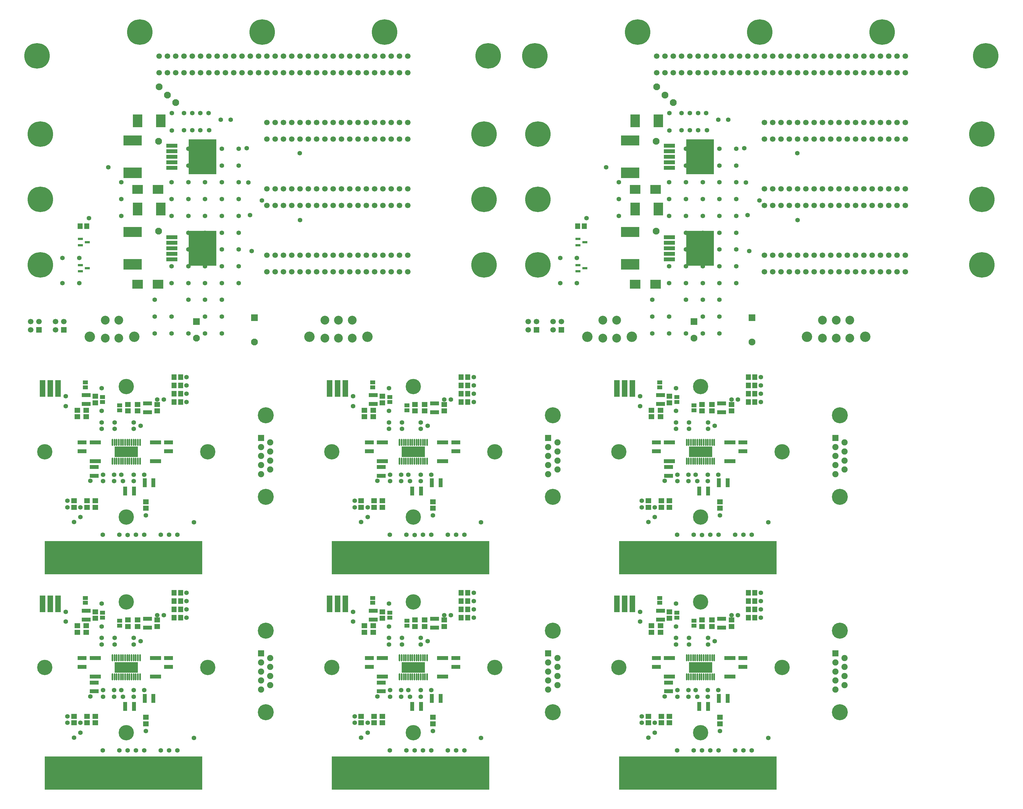
<source format=gts>
%FSLAX42Y42*%
%MOMM*%
G71*
G01*
G75*
G04 Layer_Color=8388736*
%ADD10R,1.30X0.60*%
%ADD11R,1.40X1.50*%
%ADD12R,3.00X2.50*%
%ADD13R,3.20X1.05*%
%ADD14R,8.30X10.45*%
%ADD15R,5.40X2.90*%
%ADD16R,5.40X3.00*%
%ADD17R,2.79X3.81*%
%ADD18C,0.31*%
%ADD19C,0.35*%
%ADD20C,0.25*%
%ADD21C,2.00*%
%ADD22C,1.50*%
%ADD23C,0.50*%
%ADD24C,1.00*%
%ADD25O,0.31X2.00*%
%ADD26R,1.50X1.40*%
%ADD27R,1.10X2.60*%
%ADD28R,1.40X1.10*%
%ADD29R,2.60X1.10*%
%ADD30R,3.30X1.10*%
%ADD31R,1.50X5.00*%
%ADD32O,1.27X7.62*%
%ADD33C,2.50*%
%ADD34C,3.00*%
%ADD35C,1.50*%
%ADD36R,1.50X1.50*%
%ADD37C,7.62*%
%ADD38C,1.90*%
%ADD39R,1.90X1.90*%
%ADD40C,1.20*%
%ADD41R,7.00X3.00*%
%ADD42C,4.50*%
%ADD43C,4.70*%
%ADD44R,1.70X1.70*%
%ADD45C,1.70*%
%ADD46C,0.80*%
%ADD47R,48.26X10.16*%
%ADD48R,1.50X0.80*%
%ADD49R,1.60X1.70*%
%ADD50R,3.20X2.70*%
%ADD51R,3.40X1.25*%
%ADD52R,8.50X10.65*%
%ADD53R,5.60X3.10*%
%ADD54R,5.60X3.20*%
%ADD55R,3.00X4.01*%
%ADD56O,0.51X2.20*%
%ADD57R,1.70X1.60*%
%ADD58R,1.30X2.80*%
%ADD59R,1.60X1.30*%
%ADD60R,2.80X1.30*%
%ADD61R,3.50X1.30*%
%ADD62R,1.70X5.20*%
%ADD63O,1.47X7.82*%
%ADD64C,2.70*%
%ADD65C,3.20*%
%ADD66C,1.70*%
%ADD67R,1.70X1.70*%
%ADD68C,7.82*%
%ADD69C,2.10*%
%ADD70R,2.10X2.10*%
%ADD71C,1.40*%
%ADD72R,7.20X3.20*%
%ADD73C,4.70*%
%ADD74C,4.90*%
%ADD75R,1.90X1.90*%
%ADD76C,1.90*%
%ADD77C,1.00*%
D47*
X13516Y15488D02*
D03*
Y8888D02*
D03*
X22316Y15488D02*
D03*
Y8888D02*
D03*
X31116Y15488D02*
D03*
Y8888D02*
D03*
D48*
X12195Y25246D02*
D03*
Y25056D02*
D03*
X12405Y25151D02*
D03*
X12195Y24446D02*
D03*
Y24256D02*
D03*
X12405Y24351D02*
D03*
X27445Y25246D02*
D03*
Y25056D02*
D03*
X27655Y25151D02*
D03*
X27445Y24446D02*
D03*
Y24256D02*
D03*
X27655Y24351D02*
D03*
D49*
X12390Y25641D02*
D03*
X12190D02*
D03*
X27640D02*
D03*
X27440D02*
D03*
X15267Y21013D02*
D03*
X15067D02*
D03*
Y20251D02*
D03*
X15267D02*
D03*
Y20759D02*
D03*
X15067D02*
D03*
Y20505D02*
D03*
X15267D02*
D03*
Y14413D02*
D03*
X15067D02*
D03*
Y13651D02*
D03*
X15267D02*
D03*
Y14159D02*
D03*
X15067D02*
D03*
Y13905D02*
D03*
X15267D02*
D03*
X24067Y21013D02*
D03*
X23867D02*
D03*
Y20251D02*
D03*
X24067D02*
D03*
Y20759D02*
D03*
X23867D02*
D03*
Y20505D02*
D03*
X24067D02*
D03*
Y14413D02*
D03*
X23867D02*
D03*
Y13651D02*
D03*
X24067D02*
D03*
Y14159D02*
D03*
X23867D02*
D03*
Y13905D02*
D03*
X24067D02*
D03*
X32867Y21013D02*
D03*
X32667D02*
D03*
Y20251D02*
D03*
X32867D02*
D03*
Y20759D02*
D03*
X32667D02*
D03*
Y20505D02*
D03*
X32867D02*
D03*
Y14413D02*
D03*
X32667D02*
D03*
Y13651D02*
D03*
X32867D02*
D03*
Y14159D02*
D03*
X32667D02*
D03*
Y13905D02*
D03*
X32867D02*
D03*
D50*
X14575Y26762D02*
D03*
X13945D02*
D03*
X14575Y23862D02*
D03*
X13945D02*
D03*
X29825Y26762D02*
D03*
X29195D02*
D03*
X29825Y23862D02*
D03*
X29195D02*
D03*
D51*
X14995Y28102D02*
D03*
Y27932D02*
D03*
Y27762D02*
D03*
Y27592D02*
D03*
Y27422D02*
D03*
Y24622D02*
D03*
Y24792D02*
D03*
Y24962D02*
D03*
Y25132D02*
D03*
Y25302D02*
D03*
X30245Y28102D02*
D03*
Y27932D02*
D03*
Y27762D02*
D03*
Y27592D02*
D03*
Y27422D02*
D03*
Y24622D02*
D03*
Y24792D02*
D03*
Y24962D02*
D03*
Y25132D02*
D03*
Y25302D02*
D03*
D52*
X15940Y27762D02*
D03*
Y24962D02*
D03*
X31190Y27762D02*
D03*
Y24962D02*
D03*
D53*
X13795Y28262D02*
D03*
Y25462D02*
D03*
X29045Y28262D02*
D03*
Y25462D02*
D03*
D54*
X13795Y27272D02*
D03*
Y24472D02*
D03*
X29045Y27272D02*
D03*
Y24472D02*
D03*
D55*
X13947Y26162D02*
D03*
X14660D02*
D03*
X13947Y28862D02*
D03*
X14660D02*
D03*
X29197Y26162D02*
D03*
X29910D02*
D03*
X29197Y28862D02*
D03*
X29910D02*
D03*
D56*
X13177Y18438D02*
D03*
X13242D02*
D03*
X13307D02*
D03*
X13372D02*
D03*
X13437D02*
D03*
X13502D02*
D03*
X13567D02*
D03*
X13632D02*
D03*
X13697D02*
D03*
X13762D02*
D03*
X13827D02*
D03*
X13892D02*
D03*
X13957D02*
D03*
X14022D02*
D03*
X13177Y19018D02*
D03*
X13242D02*
D03*
X13307D02*
D03*
X13372D02*
D03*
X13437D02*
D03*
X13502D02*
D03*
X13567D02*
D03*
X13632D02*
D03*
X13697D02*
D03*
X13762D02*
D03*
X13827D02*
D03*
X13892D02*
D03*
X13957D02*
D03*
X14022D02*
D03*
X13177Y11838D02*
D03*
X13242D02*
D03*
X13307D02*
D03*
X13372D02*
D03*
X13437D02*
D03*
X13502D02*
D03*
X13567D02*
D03*
X13632D02*
D03*
X13697D02*
D03*
X13762D02*
D03*
X13827D02*
D03*
X13892D02*
D03*
X13957D02*
D03*
X14022D02*
D03*
X13177Y12418D02*
D03*
X13242D02*
D03*
X13307D02*
D03*
X13372D02*
D03*
X13437D02*
D03*
X13502D02*
D03*
X13567D02*
D03*
X13632D02*
D03*
X13697D02*
D03*
X13762D02*
D03*
X13827D02*
D03*
X13892D02*
D03*
X13957D02*
D03*
X14022D02*
D03*
X21977Y18438D02*
D03*
X22042D02*
D03*
X22107D02*
D03*
X22172D02*
D03*
X22237D02*
D03*
X22302D02*
D03*
X22367D02*
D03*
X22432D02*
D03*
X22497D02*
D03*
X22562D02*
D03*
X22627D02*
D03*
X22692D02*
D03*
X22757D02*
D03*
X22822D02*
D03*
X21977Y19018D02*
D03*
X22042D02*
D03*
X22107D02*
D03*
X22172D02*
D03*
X22237D02*
D03*
X22302D02*
D03*
X22367D02*
D03*
X22432D02*
D03*
X22497D02*
D03*
X22562D02*
D03*
X22627D02*
D03*
X22692D02*
D03*
X22757D02*
D03*
X22822D02*
D03*
X21977Y11838D02*
D03*
X22042D02*
D03*
X22107D02*
D03*
X22172D02*
D03*
X22237D02*
D03*
X22302D02*
D03*
X22367D02*
D03*
X22432D02*
D03*
X22497D02*
D03*
X22562D02*
D03*
X22627D02*
D03*
X22692D02*
D03*
X22757D02*
D03*
X22822D02*
D03*
X21977Y12418D02*
D03*
X22042D02*
D03*
X22107D02*
D03*
X22172D02*
D03*
X22237D02*
D03*
X22302D02*
D03*
X22367D02*
D03*
X22432D02*
D03*
X22497D02*
D03*
X22562D02*
D03*
X22627D02*
D03*
X22692D02*
D03*
X22757D02*
D03*
X22822D02*
D03*
X30777Y18438D02*
D03*
X30842D02*
D03*
X30907D02*
D03*
X30972D02*
D03*
X31037D02*
D03*
X31102D02*
D03*
X31167D02*
D03*
X31232D02*
D03*
X31297D02*
D03*
X31362D02*
D03*
X31427D02*
D03*
X31492D02*
D03*
X31557D02*
D03*
X31622D02*
D03*
X30777Y19018D02*
D03*
X30842D02*
D03*
X30907D02*
D03*
X30972D02*
D03*
X31037D02*
D03*
X31102D02*
D03*
X31167D02*
D03*
X31232D02*
D03*
X31297D02*
D03*
X31362D02*
D03*
X31427D02*
D03*
X31492D02*
D03*
X31557D02*
D03*
X31622D02*
D03*
X30777Y11838D02*
D03*
X30842D02*
D03*
X30907D02*
D03*
X30972D02*
D03*
X31037D02*
D03*
X31102D02*
D03*
X31167D02*
D03*
X31232D02*
D03*
X31297D02*
D03*
X31362D02*
D03*
X31427D02*
D03*
X31492D02*
D03*
X31557D02*
D03*
X31622D02*
D03*
X30777Y12418D02*
D03*
X30842D02*
D03*
X30907D02*
D03*
X30972D02*
D03*
X31037D02*
D03*
X31102D02*
D03*
X31167D02*
D03*
X31232D02*
D03*
X31297D02*
D03*
X31362D02*
D03*
X31427D02*
D03*
X31492D02*
D03*
X31557D02*
D03*
X31622D02*
D03*
D57*
X12650Y17028D02*
D03*
Y17228D02*
D03*
X12400Y17028D02*
D03*
Y17228D02*
D03*
X12000D02*
D03*
Y17028D02*
D03*
X14200Y17198D02*
D03*
Y16998D02*
D03*
X12375Y20003D02*
D03*
Y19803D02*
D03*
X14550Y20178D02*
D03*
Y19978D02*
D03*
X12100Y19803D02*
D03*
Y20003D02*
D03*
X13950Y19978D02*
D03*
Y20178D02*
D03*
X12650Y20228D02*
D03*
Y20428D02*
D03*
X13650Y19978D02*
D03*
Y20178D02*
D03*
X12650Y10428D02*
D03*
Y10628D02*
D03*
X12400Y10428D02*
D03*
Y10628D02*
D03*
X12000D02*
D03*
Y10428D02*
D03*
X14200Y10598D02*
D03*
Y10398D02*
D03*
X12375Y13403D02*
D03*
Y13203D02*
D03*
X14550Y13578D02*
D03*
Y13378D02*
D03*
X12100Y13203D02*
D03*
Y13403D02*
D03*
X13950Y13378D02*
D03*
Y13578D02*
D03*
X12650Y13628D02*
D03*
Y13828D02*
D03*
X13650Y13378D02*
D03*
Y13578D02*
D03*
X21450Y17028D02*
D03*
Y17228D02*
D03*
X21200Y17028D02*
D03*
Y17228D02*
D03*
X20800D02*
D03*
Y17028D02*
D03*
X23000Y17198D02*
D03*
Y16998D02*
D03*
X21175Y20003D02*
D03*
Y19803D02*
D03*
X23350Y20178D02*
D03*
Y19978D02*
D03*
X20900Y19803D02*
D03*
Y20003D02*
D03*
X22750Y19978D02*
D03*
Y20178D02*
D03*
X21450Y20228D02*
D03*
Y20428D02*
D03*
X22450Y19978D02*
D03*
Y20178D02*
D03*
X21450Y10428D02*
D03*
Y10628D02*
D03*
X21200Y10428D02*
D03*
Y10628D02*
D03*
X20800D02*
D03*
Y10428D02*
D03*
X23000Y10598D02*
D03*
Y10398D02*
D03*
X21175Y13403D02*
D03*
Y13203D02*
D03*
X23350Y13578D02*
D03*
Y13378D02*
D03*
X20900Y13203D02*
D03*
Y13403D02*
D03*
X22750Y13378D02*
D03*
Y13578D02*
D03*
X21450Y13628D02*
D03*
Y13828D02*
D03*
X22450Y13378D02*
D03*
Y13578D02*
D03*
X30250Y17028D02*
D03*
Y17228D02*
D03*
X30000Y17028D02*
D03*
Y17228D02*
D03*
X29600D02*
D03*
Y17028D02*
D03*
X31800Y17198D02*
D03*
Y16998D02*
D03*
X29975Y20003D02*
D03*
Y19803D02*
D03*
X32150Y20178D02*
D03*
Y19978D02*
D03*
X29700Y19803D02*
D03*
Y20003D02*
D03*
X31550Y19978D02*
D03*
Y20178D02*
D03*
X30250Y20228D02*
D03*
Y20428D02*
D03*
X31250Y19978D02*
D03*
Y20178D02*
D03*
X30250Y10428D02*
D03*
Y10628D02*
D03*
X30000Y10428D02*
D03*
Y10628D02*
D03*
X29600D02*
D03*
Y10428D02*
D03*
X31800Y10598D02*
D03*
Y10398D02*
D03*
X29975Y13403D02*
D03*
Y13203D02*
D03*
X32150Y13578D02*
D03*
Y13378D02*
D03*
X29700Y13203D02*
D03*
Y13403D02*
D03*
X31550Y13378D02*
D03*
Y13578D02*
D03*
X30250Y13628D02*
D03*
Y13828D02*
D03*
X31250Y13378D02*
D03*
Y13578D02*
D03*
D58*
X14435Y17778D02*
D03*
X14165D02*
D03*
X13565Y17528D02*
D03*
X13835D02*
D03*
X14435Y11178D02*
D03*
X14165D02*
D03*
X13565Y10928D02*
D03*
X13835D02*
D03*
X23235Y17778D02*
D03*
X22965D02*
D03*
X22365Y17528D02*
D03*
X22635D02*
D03*
X23235Y11178D02*
D03*
X22965D02*
D03*
X22365Y10928D02*
D03*
X22635D02*
D03*
X32035Y17778D02*
D03*
X31765D02*
D03*
X31165Y17528D02*
D03*
X31435D02*
D03*
X32035Y11178D02*
D03*
X31765D02*
D03*
X31165Y10928D02*
D03*
X31435D02*
D03*
D59*
X12350Y20853D02*
D03*
Y20703D02*
D03*
X12875Y20253D02*
D03*
Y20403D02*
D03*
X13400Y20003D02*
D03*
Y20153D02*
D03*
X12350Y14253D02*
D03*
Y14103D02*
D03*
X12875Y13653D02*
D03*
Y13803D02*
D03*
X13400Y13403D02*
D03*
Y13553D02*
D03*
X21150Y20853D02*
D03*
Y20703D02*
D03*
X21675Y20253D02*
D03*
Y20403D02*
D03*
X22200Y20003D02*
D03*
Y20153D02*
D03*
X21150Y14253D02*
D03*
Y14103D02*
D03*
X21675Y13653D02*
D03*
Y13803D02*
D03*
X22200Y13403D02*
D03*
Y13553D02*
D03*
X29950Y20853D02*
D03*
Y20703D02*
D03*
X30475Y20253D02*
D03*
Y20403D02*
D03*
X31000Y20003D02*
D03*
Y20153D02*
D03*
X29950Y14253D02*
D03*
Y14103D02*
D03*
X30475Y13653D02*
D03*
Y13803D02*
D03*
X31000Y13403D02*
D03*
Y13553D02*
D03*
D60*
X14900Y19013D02*
D03*
Y18743D02*
D03*
X12250Y19013D02*
D03*
Y18743D02*
D03*
X12620Y17993D02*
D03*
Y18263D02*
D03*
X14250Y19943D02*
D03*
Y20213D02*
D03*
X12375Y20463D02*
D03*
Y20193D02*
D03*
X14900Y12413D02*
D03*
Y12143D02*
D03*
X12250Y12413D02*
D03*
Y12143D02*
D03*
X12620Y11393D02*
D03*
Y11663D02*
D03*
X14250Y13343D02*
D03*
Y13613D02*
D03*
X12375Y13863D02*
D03*
Y13593D02*
D03*
X23700Y19013D02*
D03*
Y18743D02*
D03*
X21050Y19013D02*
D03*
Y18743D02*
D03*
X21420Y17993D02*
D03*
Y18263D02*
D03*
X23050Y19943D02*
D03*
Y20213D02*
D03*
X21175Y20463D02*
D03*
Y20193D02*
D03*
X23700Y12413D02*
D03*
Y12143D02*
D03*
X21050Y12413D02*
D03*
Y12143D02*
D03*
X21420Y11393D02*
D03*
Y11663D02*
D03*
X23050Y13343D02*
D03*
Y13613D02*
D03*
X21175Y13863D02*
D03*
Y13593D02*
D03*
X32500Y19013D02*
D03*
Y18743D02*
D03*
X29850Y19013D02*
D03*
Y18743D02*
D03*
X30220Y17993D02*
D03*
Y18263D02*
D03*
X31850Y19943D02*
D03*
Y20213D02*
D03*
X29975Y20463D02*
D03*
Y20193D02*
D03*
X32500Y12413D02*
D03*
Y12143D02*
D03*
X29850Y12413D02*
D03*
Y12143D02*
D03*
X30220Y11393D02*
D03*
Y11663D02*
D03*
X31850Y13343D02*
D03*
Y13613D02*
D03*
X29975Y13863D02*
D03*
Y13593D02*
D03*
D61*
X14500Y18443D02*
D03*
Y19013D02*
D03*
X12650Y18443D02*
D03*
Y19013D02*
D03*
X14500Y11843D02*
D03*
Y12413D02*
D03*
X12650Y11843D02*
D03*
Y12413D02*
D03*
X23300Y18443D02*
D03*
Y19013D02*
D03*
X21450Y18443D02*
D03*
Y19013D02*
D03*
X23300Y11843D02*
D03*
Y12413D02*
D03*
X21450Y11843D02*
D03*
Y12413D02*
D03*
X32100Y18443D02*
D03*
Y19013D02*
D03*
X30250Y18443D02*
D03*
Y19013D02*
D03*
X32100Y11843D02*
D03*
Y12413D02*
D03*
X30250Y11843D02*
D03*
Y12413D02*
D03*
D62*
X11513Y20669D02*
D03*
X11275D02*
D03*
X11037D02*
D03*
X11513Y14069D02*
D03*
X11275D02*
D03*
X11037D02*
D03*
X20313Y20669D02*
D03*
X20075D02*
D03*
X19837D02*
D03*
X20313Y14069D02*
D03*
X20075D02*
D03*
X19837D02*
D03*
X29113Y20669D02*
D03*
X28875D02*
D03*
X28637D02*
D03*
X29113Y14069D02*
D03*
X28875D02*
D03*
X28637D02*
D03*
D63*
X15675Y15552D02*
D03*
X15421D02*
D03*
X15167D02*
D03*
X14913D02*
D03*
X14659D02*
D03*
X14405D02*
D03*
X14151D02*
D03*
X13897D02*
D03*
X13643D02*
D03*
X13389D02*
D03*
X13135D02*
D03*
X12881D02*
D03*
X12627D02*
D03*
X12373D02*
D03*
X12119D02*
D03*
X11865D02*
D03*
X11611D02*
D03*
X11357D02*
D03*
X15675Y8952D02*
D03*
X15421D02*
D03*
X15167D02*
D03*
X14913D02*
D03*
X14659D02*
D03*
X14405D02*
D03*
X14151D02*
D03*
X13897D02*
D03*
X13643D02*
D03*
X13389D02*
D03*
X13135D02*
D03*
X12881D02*
D03*
X12627D02*
D03*
X12373D02*
D03*
X12119D02*
D03*
X11865D02*
D03*
X11611D02*
D03*
X11357D02*
D03*
X24475Y15552D02*
D03*
X24221D02*
D03*
X23967D02*
D03*
X23713D02*
D03*
X23459D02*
D03*
X23205D02*
D03*
X22951D02*
D03*
X22697D02*
D03*
X22443D02*
D03*
X22189D02*
D03*
X21935D02*
D03*
X21681D02*
D03*
X21427D02*
D03*
X21173D02*
D03*
X20919D02*
D03*
X20665D02*
D03*
X20411D02*
D03*
X20157D02*
D03*
X24475Y8952D02*
D03*
X24221D02*
D03*
X23967D02*
D03*
X23713D02*
D03*
X23459D02*
D03*
X23205D02*
D03*
X22951D02*
D03*
X22697D02*
D03*
X22443D02*
D03*
X22189D02*
D03*
X21935D02*
D03*
X21681D02*
D03*
X21427D02*
D03*
X21173D02*
D03*
X20919D02*
D03*
X20665D02*
D03*
X20411D02*
D03*
X20157D02*
D03*
X33275Y15552D02*
D03*
X33021D02*
D03*
X32767D02*
D03*
X32513D02*
D03*
X32259D02*
D03*
X32005D02*
D03*
X31751D02*
D03*
X31497D02*
D03*
X31243D02*
D03*
X30989D02*
D03*
X30735D02*
D03*
X30481D02*
D03*
X30227D02*
D03*
X29973D02*
D03*
X29719D02*
D03*
X29465D02*
D03*
X29211D02*
D03*
X28957D02*
D03*
X33275Y8952D02*
D03*
X33021D02*
D03*
X32767D02*
D03*
X32513D02*
D03*
X32259D02*
D03*
X32005D02*
D03*
X31751D02*
D03*
X31497D02*
D03*
X31243D02*
D03*
X30989D02*
D03*
X30735D02*
D03*
X30481D02*
D03*
X30227D02*
D03*
X29973D02*
D03*
X29719D02*
D03*
X29465D02*
D03*
X29211D02*
D03*
X28957D02*
D03*
D64*
X20527Y22209D02*
D03*
Y22759D02*
D03*
X20107D02*
D03*
X19687D02*
D03*
X20107Y22209D02*
D03*
X19687D02*
D03*
X13376Y22759D02*
D03*
X12956D02*
D03*
X13376Y22209D02*
D03*
X12956D02*
D03*
X35777D02*
D03*
Y22759D02*
D03*
X35357D02*
D03*
X34937D02*
D03*
X35357Y22209D02*
D03*
X34937D02*
D03*
X28626Y22759D02*
D03*
X28206D02*
D03*
X28626Y22209D02*
D03*
X28206D02*
D03*
D65*
X19217Y22254D02*
D03*
X20997D02*
D03*
X12486D02*
D03*
X13846D02*
D03*
X34467D02*
D03*
X36247D02*
D03*
X27736D02*
D03*
X29096D02*
D03*
D66*
X10670Y22717D02*
D03*
X10924D02*
D03*
X10670Y22463D02*
D03*
X11432Y22717D02*
D03*
X11686D02*
D03*
X11432Y22463D02*
D03*
X17909Y26273D02*
D03*
X19179D02*
D03*
X19433D02*
D03*
X19687D02*
D03*
X19941D02*
D03*
X20195D02*
D03*
X20449D02*
D03*
X20703D02*
D03*
X20957D02*
D03*
X21211D02*
D03*
X21465D02*
D03*
X21719D02*
D03*
X21973D02*
D03*
X22227D02*
D03*
X17909Y26781D02*
D03*
X18163D02*
D03*
X18417D02*
D03*
X18671D02*
D03*
X18925D02*
D03*
X19179D02*
D03*
X19433D02*
D03*
X19687D02*
D03*
X18925Y26273D02*
D03*
X18671D02*
D03*
X18417D02*
D03*
X18163D02*
D03*
X19941Y26781D02*
D03*
X20195D02*
D03*
X20449D02*
D03*
X20703D02*
D03*
X20957D02*
D03*
X21211D02*
D03*
X21719D02*
D03*
X21973D02*
D03*
X22227D02*
D03*
X21465D02*
D03*
Y24749D02*
D03*
X22227D02*
D03*
X21973D02*
D03*
X21719D02*
D03*
X21211D02*
D03*
X20957D02*
D03*
X20703D02*
D03*
X20449D02*
D03*
X20195D02*
D03*
X19941D02*
D03*
X18163Y24241D02*
D03*
X18417D02*
D03*
X18671D02*
D03*
X18925D02*
D03*
X19687Y24749D02*
D03*
X19433D02*
D03*
X19179D02*
D03*
X18925D02*
D03*
X18671D02*
D03*
X18417D02*
D03*
X18163D02*
D03*
X17909D02*
D03*
X22227Y24241D02*
D03*
X21973D02*
D03*
X21719D02*
D03*
X21465D02*
D03*
X21211D02*
D03*
X20957D02*
D03*
X20703D02*
D03*
X20449D02*
D03*
X20195D02*
D03*
X19941D02*
D03*
X19687D02*
D03*
X19433D02*
D03*
X19179D02*
D03*
X17909D02*
D03*
Y28305D02*
D03*
X19179D02*
D03*
X19433D02*
D03*
X19687D02*
D03*
X19941D02*
D03*
X20195D02*
D03*
X20449D02*
D03*
X20703D02*
D03*
X20957D02*
D03*
X21211D02*
D03*
X21465D02*
D03*
X21719D02*
D03*
X21973D02*
D03*
X22227D02*
D03*
X17909Y28813D02*
D03*
X18163D02*
D03*
X18417D02*
D03*
X18671D02*
D03*
X18925D02*
D03*
X19179D02*
D03*
X19433D02*
D03*
X19687D02*
D03*
X18925Y28305D02*
D03*
X18671D02*
D03*
X18417D02*
D03*
X18163D02*
D03*
X19941Y28813D02*
D03*
X20195D02*
D03*
X20449D02*
D03*
X20703D02*
D03*
X20957D02*
D03*
X21211D02*
D03*
X21719D02*
D03*
X21973D02*
D03*
X22227D02*
D03*
X21465D02*
D03*
X14607Y30337D02*
D03*
X14861D02*
D03*
X15115D02*
D03*
X15369D02*
D03*
X15623D02*
D03*
X15877D02*
D03*
X16131D02*
D03*
X16385D02*
D03*
X16639D02*
D03*
X16893D02*
D03*
X17147D02*
D03*
X17401D02*
D03*
X17655D02*
D03*
X17909D02*
D03*
X18163D02*
D03*
X18417D02*
D03*
X18671D02*
D03*
X18925D02*
D03*
X19179D02*
D03*
X19433D02*
D03*
X19687D02*
D03*
X19941D02*
D03*
X20195D02*
D03*
X20449D02*
D03*
X20703D02*
D03*
X20957D02*
D03*
X21211D02*
D03*
X21465D02*
D03*
X21719D02*
D03*
X21973D02*
D03*
X22227D02*
D03*
X14607Y30845D02*
D03*
X14861D02*
D03*
X15115D02*
D03*
X15369D02*
D03*
X15623D02*
D03*
X15877D02*
D03*
X16131D02*
D03*
X16385D02*
D03*
X16639D02*
D03*
X16893D02*
D03*
X17147D02*
D03*
X17401D02*
D03*
X17655D02*
D03*
X17909D02*
D03*
X18163D02*
D03*
X18417D02*
D03*
X18671D02*
D03*
X18925D02*
D03*
X19179D02*
D03*
X19433D02*
D03*
X19687D02*
D03*
X19941D02*
D03*
X20195D02*
D03*
X20449D02*
D03*
X20703D02*
D03*
X20957D02*
D03*
X21211D02*
D03*
X21465D02*
D03*
X21719D02*
D03*
X21973D02*
D03*
X22227D02*
D03*
X25920Y22717D02*
D03*
X26174D02*
D03*
X25920Y22463D02*
D03*
X26682Y22717D02*
D03*
X26936D02*
D03*
X26682Y22463D02*
D03*
X33159Y26273D02*
D03*
X34429D02*
D03*
X34683D02*
D03*
X34937D02*
D03*
X35191D02*
D03*
X35445D02*
D03*
X35699D02*
D03*
X35953D02*
D03*
X36207D02*
D03*
X36461D02*
D03*
X36715D02*
D03*
X36969D02*
D03*
X37223D02*
D03*
X37477D02*
D03*
X33159Y26781D02*
D03*
X33413D02*
D03*
X33667D02*
D03*
X33921D02*
D03*
X34175D02*
D03*
X34429D02*
D03*
X34683D02*
D03*
X34937D02*
D03*
X34175Y26273D02*
D03*
X33921D02*
D03*
X33667D02*
D03*
X33413D02*
D03*
X35191Y26781D02*
D03*
X35445D02*
D03*
X35699D02*
D03*
X35953D02*
D03*
X36207D02*
D03*
X36461D02*
D03*
X36969D02*
D03*
X37223D02*
D03*
X37477D02*
D03*
X36715D02*
D03*
Y24749D02*
D03*
X37477D02*
D03*
X37223D02*
D03*
X36969D02*
D03*
X36461D02*
D03*
X36207D02*
D03*
X35953D02*
D03*
X35699D02*
D03*
X35445D02*
D03*
X35191D02*
D03*
X33413Y24241D02*
D03*
X33667D02*
D03*
X33921D02*
D03*
X34175D02*
D03*
X34937Y24749D02*
D03*
X34683D02*
D03*
X34429D02*
D03*
X34175D02*
D03*
X33921D02*
D03*
X33667D02*
D03*
X33413D02*
D03*
X33159D02*
D03*
X37477Y24241D02*
D03*
X37223D02*
D03*
X36969D02*
D03*
X36715D02*
D03*
X36461D02*
D03*
X36207D02*
D03*
X35953D02*
D03*
X35699D02*
D03*
X35445D02*
D03*
X35191D02*
D03*
X34937D02*
D03*
X34683D02*
D03*
X34429D02*
D03*
X33159D02*
D03*
Y28305D02*
D03*
X34429D02*
D03*
X34683D02*
D03*
X34937D02*
D03*
X35191D02*
D03*
X35445D02*
D03*
X35699D02*
D03*
X35953D02*
D03*
X36207D02*
D03*
X36461D02*
D03*
X36715D02*
D03*
X36969D02*
D03*
X37223D02*
D03*
X37477D02*
D03*
X33159Y28813D02*
D03*
X33413D02*
D03*
X33667D02*
D03*
X33921D02*
D03*
X34175D02*
D03*
X34429D02*
D03*
X34683D02*
D03*
X34937D02*
D03*
X34175Y28305D02*
D03*
X33921D02*
D03*
X33667D02*
D03*
X33413D02*
D03*
X35191Y28813D02*
D03*
X35445D02*
D03*
X35699D02*
D03*
X35953D02*
D03*
X36207D02*
D03*
X36461D02*
D03*
X36969D02*
D03*
X37223D02*
D03*
X37477D02*
D03*
X36715D02*
D03*
X29857Y30337D02*
D03*
X30111D02*
D03*
X30365D02*
D03*
X30619D02*
D03*
X30873D02*
D03*
X31127D02*
D03*
X31381D02*
D03*
X31635D02*
D03*
X31889D02*
D03*
X32143D02*
D03*
X32397D02*
D03*
X32651D02*
D03*
X32905D02*
D03*
X33159D02*
D03*
X33413D02*
D03*
X33667D02*
D03*
X33921D02*
D03*
X34175D02*
D03*
X34429D02*
D03*
X34683D02*
D03*
X34937D02*
D03*
X35191D02*
D03*
X35445D02*
D03*
X35699D02*
D03*
X35953D02*
D03*
X36207D02*
D03*
X36461D02*
D03*
X36715D02*
D03*
X36969D02*
D03*
X37223D02*
D03*
X37477D02*
D03*
X29857Y30845D02*
D03*
X30111D02*
D03*
X30365D02*
D03*
X30619D02*
D03*
X30873D02*
D03*
X31127D02*
D03*
X31381D02*
D03*
X31635D02*
D03*
X31889D02*
D03*
X32143D02*
D03*
X32397D02*
D03*
X32651D02*
D03*
X32905D02*
D03*
X33159D02*
D03*
X33413D02*
D03*
X33667D02*
D03*
X33921D02*
D03*
X34175D02*
D03*
X34429D02*
D03*
X34683D02*
D03*
X34937D02*
D03*
X35191D02*
D03*
X35445D02*
D03*
X35699D02*
D03*
X35953D02*
D03*
X36207D02*
D03*
X36461D02*
D03*
X36715D02*
D03*
X36969D02*
D03*
X37223D02*
D03*
X37477D02*
D03*
D67*
X10924Y22463D02*
D03*
X11686D02*
D03*
X26174D02*
D03*
X26936D02*
D03*
D68*
X10970Y24456D02*
D03*
X10970Y26456D02*
D03*
X10970Y28456D02*
D03*
X10870Y30856D02*
D03*
X14020Y31581D02*
D03*
X17770D02*
D03*
X21520D02*
D03*
X24695Y30856D02*
D03*
X24570Y28456D02*
D03*
X24570Y26456D02*
D03*
X24570Y24456D02*
D03*
X26220D02*
D03*
X26220Y26456D02*
D03*
X26220Y28456D02*
D03*
X26120Y30856D02*
D03*
X29270Y31581D02*
D03*
X33020D02*
D03*
X36770D02*
D03*
X39945Y30856D02*
D03*
X39820Y28456D02*
D03*
X39820Y26456D02*
D03*
X39820Y24456D02*
D03*
D69*
X15750Y22213D02*
D03*
X17528Y22088D02*
D03*
X15119Y29421D02*
D03*
X14865Y29651D02*
D03*
X14595Y25487D02*
D03*
Y28237D02*
D03*
X14607Y29901D02*
D03*
X31000Y22213D02*
D03*
X32778Y22088D02*
D03*
X30369Y29421D02*
D03*
X30115Y29651D02*
D03*
X29845Y25487D02*
D03*
Y28237D02*
D03*
X29857Y29901D02*
D03*
D70*
X15750Y22713D02*
D03*
X17528Y22838D02*
D03*
X31000Y22713D02*
D03*
X32778Y22838D02*
D03*
D71*
X12457Y25886D02*
D03*
X13055Y27444D02*
D03*
X17295Y28027D02*
D03*
X17760Y26427D02*
D03*
X17445Y24877D02*
D03*
X17345Y26977D02*
D03*
X18915Y27877D02*
D03*
X16800Y28901D02*
D03*
X16495D02*
D03*
X16145Y28577D02*
D03*
X16125Y29101D02*
D03*
X15875D02*
D03*
Y28577D02*
D03*
X15625D02*
D03*
X15623Y29101D02*
D03*
X15373Y28575D02*
D03*
X15369Y29101D02*
D03*
X17395Y25977D02*
D03*
X18925Y25827D02*
D03*
X17046Y28008D02*
D03*
X16532D02*
D03*
Y27494D02*
D03*
X17046D02*
D03*
Y26980D02*
D03*
X16532D02*
D03*
Y26466D02*
D03*
X17046D02*
D03*
Y25952D02*
D03*
X16532D02*
D03*
X16018D02*
D03*
X15504D02*
D03*
X14990D02*
D03*
Y26466D02*
D03*
Y26980D02*
D03*
X15504D02*
D03*
X16018D02*
D03*
Y26466D02*
D03*
X15504D02*
D03*
X15000Y28571D02*
D03*
Y29101D02*
D03*
X17046Y25438D02*
D03*
X16532D02*
D03*
Y24924D02*
D03*
X17046D02*
D03*
Y24410D02*
D03*
X16532D02*
D03*
X17046Y23896D02*
D03*
X16532D02*
D03*
X16018D02*
D03*
X15504D02*
D03*
X16018Y24410D02*
D03*
X15504D02*
D03*
X16018Y24924D02*
D03*
Y25438D02*
D03*
X15504D02*
D03*
Y24924D02*
D03*
X16018Y27494D02*
D03*
Y28008D02*
D03*
X15504D02*
D03*
Y27494D02*
D03*
X14990Y24410D02*
D03*
X16532Y23382D02*
D03*
X16018D02*
D03*
X15504D02*
D03*
X16532Y22868D02*
D03*
X16018D02*
D03*
Y22354D02*
D03*
X16532D02*
D03*
X15504D02*
D03*
X14990D02*
D03*
Y22868D02*
D03*
Y23896D02*
D03*
X14476Y22868D02*
D03*
Y22354D02*
D03*
Y23382D02*
D03*
X13448Y25952D02*
D03*
Y26466D02*
D03*
Y26980D02*
D03*
X12163Y24667D02*
D03*
Y23896D02*
D03*
X11649Y24667D02*
D03*
Y23896D02*
D03*
X27707Y25886D02*
D03*
X28305Y27444D02*
D03*
X32545Y28027D02*
D03*
X33010Y26427D02*
D03*
X32695Y24877D02*
D03*
X32595Y26977D02*
D03*
X34165Y27877D02*
D03*
X32050Y28901D02*
D03*
X31745D02*
D03*
X31395Y28577D02*
D03*
X31375Y29101D02*
D03*
X31125D02*
D03*
Y28577D02*
D03*
X30875D02*
D03*
X30873Y29101D02*
D03*
X30623Y28575D02*
D03*
X30619Y29101D02*
D03*
X32645Y25977D02*
D03*
X34175Y25827D02*
D03*
X32296Y28008D02*
D03*
X31782D02*
D03*
Y27494D02*
D03*
X32296D02*
D03*
Y26980D02*
D03*
X31782D02*
D03*
Y26466D02*
D03*
X32296D02*
D03*
Y25952D02*
D03*
X31782D02*
D03*
X31268D02*
D03*
X30754D02*
D03*
X30240D02*
D03*
Y26466D02*
D03*
Y26980D02*
D03*
X30754D02*
D03*
X31268D02*
D03*
Y26466D02*
D03*
X30754D02*
D03*
X30250Y28571D02*
D03*
Y29101D02*
D03*
X32296Y25438D02*
D03*
X31782D02*
D03*
Y24924D02*
D03*
X32296D02*
D03*
Y24410D02*
D03*
X31782D02*
D03*
X32296Y23896D02*
D03*
X31782D02*
D03*
X31268D02*
D03*
X30754D02*
D03*
X31268Y24410D02*
D03*
X30754D02*
D03*
X31268Y24924D02*
D03*
Y25438D02*
D03*
X30754D02*
D03*
Y24924D02*
D03*
X31268Y27494D02*
D03*
Y28008D02*
D03*
X30754D02*
D03*
Y27494D02*
D03*
X30240Y24410D02*
D03*
X31782Y23382D02*
D03*
X31268D02*
D03*
X30754D02*
D03*
X31782Y22868D02*
D03*
X31268D02*
D03*
Y22354D02*
D03*
X31782D02*
D03*
X30754D02*
D03*
X30240D02*
D03*
Y22868D02*
D03*
Y23896D02*
D03*
X29726Y22868D02*
D03*
Y22354D02*
D03*
Y23382D02*
D03*
X28698Y25952D02*
D03*
Y26466D02*
D03*
Y26980D02*
D03*
X27413Y24667D02*
D03*
Y23896D02*
D03*
X26899Y24667D02*
D03*
Y23896D02*
D03*
X14040Y19528D02*
D03*
X12890Y18028D02*
D03*
X13389Y16187D02*
D03*
X14151D02*
D03*
X13250Y19428D02*
D03*
X13500Y17828D02*
D03*
X13230D02*
D03*
X13230Y18028D02*
D03*
X13450D02*
D03*
X13827D02*
D03*
X14150D02*
D03*
X12890Y17828D02*
D03*
X13897Y16187D02*
D03*
X13827Y17828D02*
D03*
X14200Y16778D02*
D03*
X13643Y16184D02*
D03*
X12881Y16187D02*
D03*
X12500Y17838D02*
D03*
X12850Y19628D02*
D03*
X13250D02*
D03*
X12850Y20678D02*
D03*
X11750Y20428D02*
D03*
X13830Y19628D02*
D03*
Y19428D02*
D03*
X14750Y20328D02*
D03*
X14550D02*
D03*
X15675Y16568D02*
D03*
X15167Y16187D02*
D03*
X14913D02*
D03*
X14659D02*
D03*
X15450Y20251D02*
D03*
Y20505D02*
D03*
Y20759D02*
D03*
Y21013D02*
D03*
X12850Y19978D02*
D03*
X12200Y16728D02*
D03*
Y17028D02*
D03*
X12000Y16578D02*
D03*
X11800Y17028D02*
D03*
Y17228D02*
D03*
X11750Y20128D02*
D03*
X12850Y19428D02*
D03*
X14040Y12928D02*
D03*
X12890Y11428D02*
D03*
X13389Y9587D02*
D03*
X14151D02*
D03*
X13250Y12828D02*
D03*
X13500Y11228D02*
D03*
X13230D02*
D03*
X13230Y11428D02*
D03*
X13450D02*
D03*
X13827D02*
D03*
X14150D02*
D03*
X12890Y11228D02*
D03*
X13897Y9587D02*
D03*
X13827Y11228D02*
D03*
X14200Y10178D02*
D03*
X13643Y9584D02*
D03*
X12881Y9587D02*
D03*
X12500Y11238D02*
D03*
X12850Y13028D02*
D03*
X13250D02*
D03*
X12850Y14078D02*
D03*
X11750Y13828D02*
D03*
X13830Y13028D02*
D03*
Y12828D02*
D03*
X14750Y13728D02*
D03*
X14550D02*
D03*
X15675Y9968D02*
D03*
X15167Y9587D02*
D03*
X14913D02*
D03*
X14659D02*
D03*
X15450Y13651D02*
D03*
Y13905D02*
D03*
Y14159D02*
D03*
Y14413D02*
D03*
X12850Y13378D02*
D03*
X12200Y10128D02*
D03*
Y10428D02*
D03*
X12000Y9978D02*
D03*
X11800Y10428D02*
D03*
Y10628D02*
D03*
X11750Y13528D02*
D03*
X12850Y12828D02*
D03*
X22840Y19528D02*
D03*
X21690Y18028D02*
D03*
X22189Y16187D02*
D03*
X22951D02*
D03*
X22050Y19428D02*
D03*
X22300Y17828D02*
D03*
X22030D02*
D03*
X22030Y18028D02*
D03*
X22250D02*
D03*
X22627D02*
D03*
X22950D02*
D03*
X21690Y17828D02*
D03*
X22697Y16187D02*
D03*
X22627Y17828D02*
D03*
X23000Y16778D02*
D03*
X22443Y16184D02*
D03*
X21681Y16187D02*
D03*
X21300Y17838D02*
D03*
X21650Y19628D02*
D03*
X22050D02*
D03*
X21650Y20678D02*
D03*
X20550Y20428D02*
D03*
X22630Y19628D02*
D03*
Y19428D02*
D03*
X23550Y20328D02*
D03*
X23350D02*
D03*
X24475Y16568D02*
D03*
X23967Y16187D02*
D03*
X23713D02*
D03*
X23459D02*
D03*
X24250Y20251D02*
D03*
Y20505D02*
D03*
Y20759D02*
D03*
Y21013D02*
D03*
X21650Y19978D02*
D03*
X21000Y16728D02*
D03*
Y17028D02*
D03*
X20800Y16578D02*
D03*
X20600Y17028D02*
D03*
Y17228D02*
D03*
X20550Y20128D02*
D03*
X21650Y19428D02*
D03*
X22840Y12928D02*
D03*
X21690Y11428D02*
D03*
X22189Y9587D02*
D03*
X22951D02*
D03*
X22050Y12828D02*
D03*
X22300Y11228D02*
D03*
X22030D02*
D03*
X22030Y11428D02*
D03*
X22250D02*
D03*
X22627D02*
D03*
X22950D02*
D03*
X21690Y11228D02*
D03*
X22697Y9587D02*
D03*
X22627Y11228D02*
D03*
X23000Y10178D02*
D03*
X22443Y9584D02*
D03*
X21681Y9587D02*
D03*
X21300Y11238D02*
D03*
X21650Y13028D02*
D03*
X22050D02*
D03*
X21650Y14078D02*
D03*
X20550Y13828D02*
D03*
X22630Y13028D02*
D03*
Y12828D02*
D03*
X23550Y13728D02*
D03*
X23350D02*
D03*
X24475Y9968D02*
D03*
X23967Y9587D02*
D03*
X23713D02*
D03*
X23459D02*
D03*
X24250Y13651D02*
D03*
Y13905D02*
D03*
Y14159D02*
D03*
Y14413D02*
D03*
X21650Y13378D02*
D03*
X21000Y10128D02*
D03*
Y10428D02*
D03*
X20800Y9978D02*
D03*
X20600Y10428D02*
D03*
Y10628D02*
D03*
X20550Y13528D02*
D03*
X21650Y12828D02*
D03*
X31640Y19528D02*
D03*
X30490Y18028D02*
D03*
X30989Y16187D02*
D03*
X31751D02*
D03*
X30850Y19428D02*
D03*
X31100Y17828D02*
D03*
X30830D02*
D03*
X30830Y18028D02*
D03*
X31050D02*
D03*
X31427D02*
D03*
X31750D02*
D03*
X30490Y17828D02*
D03*
X31497Y16187D02*
D03*
X31427Y17828D02*
D03*
X31800Y16778D02*
D03*
X31243Y16184D02*
D03*
X30481Y16187D02*
D03*
X30100Y17838D02*
D03*
X30450Y19628D02*
D03*
X30850D02*
D03*
X30450Y20678D02*
D03*
X29350Y20428D02*
D03*
X31430Y19628D02*
D03*
Y19428D02*
D03*
X32350Y20328D02*
D03*
X32150D02*
D03*
X33275Y16568D02*
D03*
X32767Y16187D02*
D03*
X32513D02*
D03*
X32259D02*
D03*
X33050Y20251D02*
D03*
Y20505D02*
D03*
Y20759D02*
D03*
Y21013D02*
D03*
X30450Y19978D02*
D03*
X29800Y16728D02*
D03*
Y17028D02*
D03*
X29600Y16578D02*
D03*
X29400Y17028D02*
D03*
Y17228D02*
D03*
X29350Y20128D02*
D03*
X30450Y19428D02*
D03*
X31640Y12928D02*
D03*
X30490Y11428D02*
D03*
X30989Y9587D02*
D03*
X31751D02*
D03*
X30850Y12828D02*
D03*
X31100Y11228D02*
D03*
X30830D02*
D03*
X30830Y11428D02*
D03*
X31050D02*
D03*
X31427D02*
D03*
X31750D02*
D03*
X30490Y11228D02*
D03*
X31497Y9587D02*
D03*
X31427Y11228D02*
D03*
X31800Y10178D02*
D03*
X31243Y9584D02*
D03*
X30481Y9587D02*
D03*
X30100Y11238D02*
D03*
X30450Y13028D02*
D03*
X30850D02*
D03*
X30450Y14078D02*
D03*
X29350Y13828D02*
D03*
X31430Y13028D02*
D03*
Y12828D02*
D03*
X32350Y13728D02*
D03*
X32150D02*
D03*
X33275Y9968D02*
D03*
X32767Y9587D02*
D03*
X32513D02*
D03*
X32259D02*
D03*
X33050Y13651D02*
D03*
Y13905D02*
D03*
Y14159D02*
D03*
Y14413D02*
D03*
X30450Y13378D02*
D03*
X29800Y10128D02*
D03*
Y10428D02*
D03*
X29600Y9978D02*
D03*
X29400Y10428D02*
D03*
Y10628D02*
D03*
X29350Y13528D02*
D03*
X30450Y12828D02*
D03*
D72*
X13600Y18728D02*
D03*
Y12128D02*
D03*
X22400Y18728D02*
D03*
Y12128D02*
D03*
X31200Y18728D02*
D03*
Y12128D02*
D03*
D73*
X16100Y18728D02*
D03*
X11100D02*
D03*
X13600Y20728D02*
D03*
Y16728D02*
D03*
X16100Y12128D02*
D03*
X11100D02*
D03*
X13600Y14128D02*
D03*
Y10128D02*
D03*
X24900Y18728D02*
D03*
X19900D02*
D03*
X22400Y20728D02*
D03*
Y16728D02*
D03*
X24900Y12128D02*
D03*
X19900D02*
D03*
X22400Y14128D02*
D03*
Y10128D02*
D03*
X33700Y18728D02*
D03*
X28700D02*
D03*
X31200Y20728D02*
D03*
Y16728D02*
D03*
X33700Y12128D02*
D03*
X28700D02*
D03*
X31200Y14128D02*
D03*
Y10128D02*
D03*
D74*
X17874Y17350D02*
D03*
Y19849D02*
D03*
Y10750D02*
D03*
Y13249D02*
D03*
X26674Y17350D02*
D03*
Y19849D02*
D03*
Y10750D02*
D03*
Y13249D02*
D03*
X35474Y17350D02*
D03*
Y19849D02*
D03*
Y10750D02*
D03*
Y13249D02*
D03*
D75*
X17732Y19154D02*
D03*
Y12554D02*
D03*
X26532Y19154D02*
D03*
Y12554D02*
D03*
X35332Y19154D02*
D03*
Y12554D02*
D03*
D76*
X18016Y19015D02*
D03*
X17732Y18877D02*
D03*
X18016Y18738D02*
D03*
X17732Y18600D02*
D03*
X18016Y18461D02*
D03*
X17732Y18323D02*
D03*
X18016Y18184D02*
D03*
X17732Y18046D02*
D03*
X18016Y12415D02*
D03*
X17732Y12277D02*
D03*
X18016Y12138D02*
D03*
X17732Y12000D02*
D03*
X18016Y11861D02*
D03*
X17732Y11723D02*
D03*
X18016Y11584D02*
D03*
X17732Y11446D02*
D03*
X26816Y19015D02*
D03*
X26532Y18877D02*
D03*
X26816Y18738D02*
D03*
X26532Y18600D02*
D03*
X26816Y18461D02*
D03*
X26532Y18323D02*
D03*
X26816Y18184D02*
D03*
X26532Y18046D02*
D03*
X26816Y12415D02*
D03*
X26532Y12277D02*
D03*
X26816Y12138D02*
D03*
X26532Y12000D02*
D03*
X26816Y11861D02*
D03*
X26532Y11723D02*
D03*
X26816Y11584D02*
D03*
X26532Y11446D02*
D03*
X35616Y19015D02*
D03*
X35332Y18877D02*
D03*
X35616Y18738D02*
D03*
X35332Y18600D02*
D03*
X35616Y18461D02*
D03*
X35332Y18323D02*
D03*
X35616Y18184D02*
D03*
X35332Y18046D02*
D03*
X35616Y12415D02*
D03*
X35332Y12277D02*
D03*
X35616Y12138D02*
D03*
X35332Y12000D02*
D03*
X35616Y11861D02*
D03*
X35332Y11723D02*
D03*
X35616Y11584D02*
D03*
X35332Y11446D02*
D03*
D77*
X13900Y18728D02*
D03*
X13600Y18628D02*
D03*
Y18828D02*
D03*
X13700D02*
D03*
Y18728D02*
D03*
Y18628D02*
D03*
X13800D02*
D03*
Y18728D02*
D03*
Y18828D02*
D03*
X13900Y18628D02*
D03*
Y18828D02*
D03*
X13500D02*
D03*
Y18728D02*
D03*
Y18628D02*
D03*
X13400D02*
D03*
Y18728D02*
D03*
Y18828D02*
D03*
X13300D02*
D03*
Y18728D02*
D03*
Y18628D02*
D03*
X13600Y18728D02*
D03*
X13900Y12128D02*
D03*
X13600Y12028D02*
D03*
Y12228D02*
D03*
X13700D02*
D03*
Y12128D02*
D03*
Y12028D02*
D03*
X13800D02*
D03*
Y12128D02*
D03*
Y12228D02*
D03*
X13900Y12028D02*
D03*
Y12228D02*
D03*
X13500D02*
D03*
Y12128D02*
D03*
Y12028D02*
D03*
X13400D02*
D03*
Y12128D02*
D03*
Y12228D02*
D03*
X13300D02*
D03*
Y12128D02*
D03*
Y12028D02*
D03*
X13600Y12128D02*
D03*
X22700Y18728D02*
D03*
X22400Y18628D02*
D03*
Y18828D02*
D03*
X22500D02*
D03*
Y18728D02*
D03*
Y18628D02*
D03*
X22600D02*
D03*
Y18728D02*
D03*
Y18828D02*
D03*
X22700Y18628D02*
D03*
Y18828D02*
D03*
X22300D02*
D03*
Y18728D02*
D03*
Y18628D02*
D03*
X22200D02*
D03*
Y18728D02*
D03*
Y18828D02*
D03*
X22100D02*
D03*
Y18728D02*
D03*
Y18628D02*
D03*
X22400Y18728D02*
D03*
X22700Y12128D02*
D03*
X22400Y12028D02*
D03*
Y12228D02*
D03*
X22500D02*
D03*
Y12128D02*
D03*
Y12028D02*
D03*
X22600D02*
D03*
Y12128D02*
D03*
Y12228D02*
D03*
X22700Y12028D02*
D03*
Y12228D02*
D03*
X22300D02*
D03*
Y12128D02*
D03*
Y12028D02*
D03*
X22200D02*
D03*
Y12128D02*
D03*
Y12228D02*
D03*
X22100D02*
D03*
Y12128D02*
D03*
Y12028D02*
D03*
X22400Y12128D02*
D03*
X31500Y18728D02*
D03*
X31200Y18628D02*
D03*
Y18828D02*
D03*
X31300D02*
D03*
Y18728D02*
D03*
Y18628D02*
D03*
X31400D02*
D03*
Y18728D02*
D03*
Y18828D02*
D03*
X31500Y18628D02*
D03*
Y18828D02*
D03*
X31100D02*
D03*
Y18728D02*
D03*
Y18628D02*
D03*
X31000D02*
D03*
Y18728D02*
D03*
Y18828D02*
D03*
X30900D02*
D03*
Y18728D02*
D03*
Y18628D02*
D03*
X31200Y18728D02*
D03*
X31500Y12128D02*
D03*
X31200Y12028D02*
D03*
Y12228D02*
D03*
X31300D02*
D03*
Y12128D02*
D03*
Y12028D02*
D03*
X31400D02*
D03*
Y12128D02*
D03*
Y12228D02*
D03*
X31500Y12028D02*
D03*
Y12228D02*
D03*
X31100D02*
D03*
Y12128D02*
D03*
Y12028D02*
D03*
X31000D02*
D03*
Y12128D02*
D03*
Y12228D02*
D03*
X30900D02*
D03*
Y12128D02*
D03*
Y12028D02*
D03*
X31200Y12128D02*
D03*
M02*

</source>
